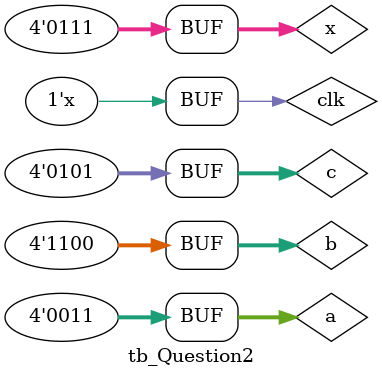
<source format=v>
`timescale 1ns / 1ps
module Question2 #(parameter N = 4)(clk, a, b, c, x, y); //calculates ax^2 + bx + c
input clk; //clock signal
input signed [N-1:0] a,b,c,x; //operands
output signed [4*N:0] y; //result

//inner wires to connect the lower level modules
wire [2*N-1:0] mul1, rA;
wire [2*N:0] add1, rB;
wire [4*N + 1:0] mul2, rC;
wire [4*N+2:0] add2, rD;

//calculates ax + b
multiplier #(.width(N)) m1 (.a(a),.b(x),.mult(mul1));
myReg #(.width(2*N)) r1 (.d(mul1), .q(rA), .clk(clk));
adder #(.width(2*N)) a1 (.op1(rA), .op2({{N{b[N-1]}},b}), .sum(add1));
myReg #(.width(2*N+1)) r2 (.d(add1), .q(rB), .clk(clk));
//

//calculates x(ax+b) and then adds c
multiplier #(.width(2*N + 1)) m2 (.a(rB),.b({{(N+1){x[N-1]}},x}),.mult(mul2));
myReg #(.width(4*N + 2)) r3 (.d(mul2), .q(rC), .clk(clk));
adder #(.width(4*N + 2)) a2 (.op1(rC), .op2({{(3*N + 2){c[N-1]}},c}), .sum(add2));
myReg #(.width(4*N + 3)) r4 (.d(add2), .q(rD), .clk(clk));
//
assign y = rD;

endmodule

module adder #(parameter width = 4)(op1, op2, sum);
	input signed [width-1:0] op1, op2;
	output reg signed [width:0] sum;
	always@*
		sum = op1 + op2;
endmodule

module tb_Question2;
	parameter N = 4;
	reg clk;
	reg [N-1:0] a,b,c,x;
	wire [4*N:0] y;
	
	Question2 #(.N(N)) q2 (.clk(clk), .a(a), .b(b), .c(c), .x(x), .y(y));
	
	initial clk = 0;
	always #5 clk = ~clk;

	initial begin
	a = 3;
	b = -4;
	c = 5;
	//x = 2;
	//x = 5;
	//x = -6;
	x = 7;
	#100;
	end

endmodule

</source>
